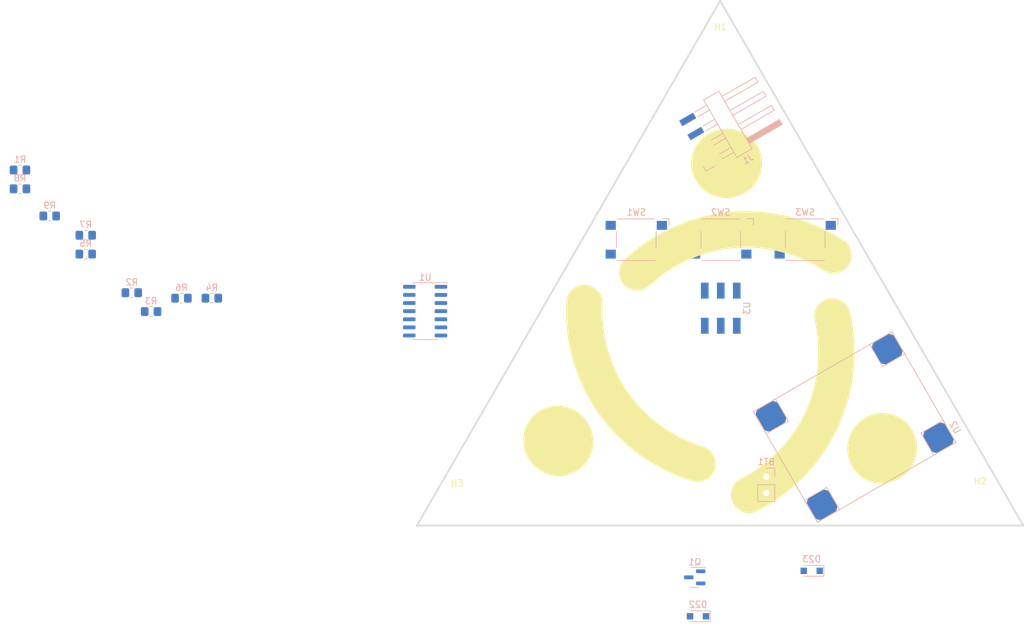
<source format=kicad_pcb>
(kicad_pcb (version 20211014) (generator pcbnew)
  (layers (0 "F.Cu" signal) (31 "B.Cu" signal) (34 "B.Paste" user) (35 "F.Paste" user) (36 "B.SilkS" user "B.Silkscreen") (37 "F.SilkS" user "F.Silkscreen") (38 "B.Mask" user) (39 "F.Mask" user) (44 "Edge.Cuts" user))
  (net 0 "")
  (net 1 "L3")
  (net 2 "L0")
  (net 3 "L1")
  (net 4 "L2")
  (net 5 "L4")
  (net 6 "GND")
  (net 7 "Net-(D1-Pad2)")
  (net 8 "Net-(D2-Pad2)")
  (net 9 "Net-(D3-Pad2)")
  (net 10 "Net-(BT1-Pad1)")
  (net 11 "Net-(D22-Pad1)")
  (net 12 "Net-(D23-Pad2)")
  (net 13 "UPDI")
  (net 14 "Net-(R1-Pad1)")
  (net 15 "Net-(R2-Pad1)")
  (net 16 "Net-(R3-Pad1)")
  (net 17 "Net-(R4-Pad2)")
  (net 18 "Net-(R5-Pad2)")
  (net 19 "Net-(R6-Pad2)")
  (net 20 "Net-(R7-Pad2)")
  (net 21 "Net-(R8-Pad2)")
  (net 22 "butt1")
  (net 23 "butt2")
  (net 24 "butt3")
  (net 25 "VCC")
  (net 29 "Net-(U3-Pad3)")
  (footprint "LED_SMD:LED_0805_2012Metric_Pad1.15x1.40mm_HandSolder" (layer "F.Cu") (at 174.214844 70.283909 90)
    (fp_text reference "D1" (at 0 -1.65 90) (layer "F.SilkS"))
    (fp_text value "LED")
    (pad "1" smd roundrect (at -1.025 0 90) (size 1.15 1.4) (layers "F.Cu" "F.Paste" "F.Mask") (roundrect_rratio 0.217391) (net 6 "GND"))
    (pad "2" smd roundrect (at 1.025 0 90) (size 1.15 1.4) (layers "F.Cu" "F.Paste" "F.Mask") (roundrect_rratio 0.217391) (net 7 "Net-(D1-Pad2)"))
  )
  (footprint "LED_SMD:LED_0805_2012Metric_Pad1.15x1.40mm_HandSolder" (layer "F.Cu") (at 187.440073 113.59607 55)
    (fp_text reference "D13" (at 0 -1.65 55) (layer "F.SilkS"))
    (fp_text value "LED_Small")
    (pad "1" smd roundrect (at -1.025 0 55) (size 1.15 1.4) (layers "F.Cu" "F.Paste" "F.Mask") (roundrect_rratio 0.217391) (net 1 "L3"))
    (pad "2" smd roundrect (at 1.025 0 55) (size 1.15 1.4) (layers "F.Cu" "F.Paste" "F.Mask") (roundrect_rratio 0.217391) (net 3 "L1"))
  )
  (footprint "LED_SMD:LED_0805_2012Metric_Pad1.15x1.40mm_HandSolder" (layer "F.Cu") (at 190.889725 84.18349 150)
    (fp_text reference "D9" (at 0 -1.65 150) (layer "F.SilkS"))
    (fp_text value "LED_Small")
    (pad "1" smd roundrect (at -1.025 0 150) (size 1.15 1.4) (layers "F.Cu" "F.Paste" "F.Mask") (roundrect_rratio 0.217391) (net 4 "L2"))
    (pad "2" smd roundrect (at 1.025 0 150) (size 1.15 1.4) (layers "F.Cu" "F.Paste" "F.Mask") (roundrect_rratio 0.217391) (net 2 "L0"))
  )
  (footprint "LED_SMD:LED_0805_2012Metric_Pad1.15x1.40mm_HandSolder" (layer "F.Cu") (at 160.323979 87.05841 -140)
    (fp_text reference "D4" (at 0 -1.65 40) (layer "F.SilkS"))
    (fp_text value "LED_Small")
    (pad "1" smd roundrect (at -1.025 0 220) (size 1.15 1.4) (layers "F.Cu" "F.Paste" "F.Mask") (roundrect_rratio 0.217391) (net 1 "L3"))
    (pad "2" smd roundrect (at 1.025 0 220) (size 1.15 1.4) (layers "F.Cu" "F.Paste" "F.Mask") (roundrect_rratio 0.217391) (net 2 "L0"))
  )
  (footprint "LED_SMD:LED_0805_2012Metric_Pad1.15x1.40mm_HandSolder" (layer "F.Cu") (at 163.33591 114.60071 -35)
    (fp_text reference "D17" (at 0 -1.65 145) (layer "F.SilkS"))
    (fp_text value "LED_Small")
    (pad "1" smd roundrect (at -1.025 0 325) (size 1.15 1.4) (layers "F.Cu" "F.Paste" "F.Mask") (roundrect_rratio 0.217391) (net 5 "L4"))
    (pad "2" smd roundrect (at 1.025 0 325) (size 1.15 1.4) (layers "F.Cu" "F.Paste" "F.Mask") (roundrect_rratio 0.217391) (net 1 "L3"))
  )
  (footprint "LED_SMD:LED_0805_2012Metric_Pad1.15x1.40mm_HandSolder" (layer "F.Cu") (at 191.116239 94.804162 105)
    (fp_text reference "D10" (at 0 -1.65 105) (layer "F.SilkS"))
    (fp_text value "LED_Small")
    (pad "1" smd roundrect (at -1.025 0 105) (size 1.15 1.4) (layers "F.Cu" "F.Paste" "F.Mask") (roundrect_rratio 0.217391) (net 3 "L1"))
    (pad "2" smd roundrect (at 1.025 0 105) (size 1.15 1.4) (layers "F.Cu" "F.Paste" "F.Mask") (roundrect_rratio 0.217391) (net 4 "L2"))
  )
  (footprint "LED_SMD:LED_0805_2012Metric_Pad1.15x1.40mm_HandSolder" (layer "F.Cu") (at 151.659523 92.434023 -90)
    (fp_text reference "D21" (at 0 -1.65 90) (layer "F.SilkS"))
    (fp_text value "LED_Small")
    (pad "1" smd roundrect (at -1.025 0 270) (size 1.15 1.4) (layers "F.Cu" "F.Paste" "F.Mask") (roundrect_rratio 0.217391) (net 5 "L4"))
    (pad "2" smd roundrect (at 1.025 0 270) (size 1.15 1.4) (layers "F.Cu" "F.Paste" "F.Mask") (roundrect_rratio 0.217391) (net 3 "L1"))
  )
  (footprint "LED_SMD:LED_0805_2012Metric_Pad1.15x1.40mm_HandSolder" (layer "F.Cu") (at 171.859968 81.230806 -170)
    (fp_text reference "D6" (at 0 -1.65 10) (layer "F.SilkS"))
    (fp_text value "LED_Small")
    (pad "1" smd roundrect (at -1.025 0 190) (size 1.15 1.4) (layers "F.Cu" "F.Paste" "F.Mask") (roundrect_rratio 0.217391) (net 2 "L0"))
    (pad "2" smd roundrect (at 1.025 0 190) (size 1.15 1.4) (layers "F.Cu" "F.Paste" "F.Mask") (roundrect_rratio 0.217391) (net 3 "L1"))
  )
  (footprint "LED_SMD:LED_0805_2012Metric_Pad1.15x1.40mm_HandSolder" (layer "F.Cu") (at 178.335233 80.664294 180)
    (fp_text reference "D7" (at 0 -1.65) (layer "F.SilkS"))
    (fp_text value "LED_Small")
    (pad "1" smd roundrect (at -1.025 0 180) (size 1.15 1.4) (layers "F.Cu" "F.Paste" "F.Mask") (roundrect_rratio 0.217391) (net 3 "L1"))
    (pad "2" smd roundrect (at 1.025 0 180) (size 1.15 1.4) (layers "F.Cu" "F.Paste" "F.Mask") (roundrect_rratio 0.217391) (net 2 "L0"))
  )
  (footprint "LED_SMD:LED_0805_2012Metric_Pad1.15x1.40mm_HandSolder" (layer "F.Cu") (at 190.230728 107.630147 70)
    (fp_text reference "D12" (at 0 -1.65 70) (layer "F.SilkS"))
    (fp_text value "LED_Small")
    (pad "1" smd roundrect (at -1.025 0 70) (size 1.15 1.4) (layers "F.Cu" "F.Paste" "F.Mask") (roundrect_rratio 0.217391) (net 3 "L1"))
    (pad "2" smd roundrect (at 1.025 0 70) (size 1.15 1.4) (layers "F.Cu" "F.Paste" "F.Mask") (roundrect_rratio 0.217391) (net 1 "L3"))
  )
  (footprint "LED_SMD:LED_0805_2012Metric_Pad1.15x1.40mm_HandSolder" (layer "F.Cu") (at 165.72339 83.373799 -155)
    (fp_text reference "D5" (at 0 -1.65 25) (layer "F.SilkS"))
    (fp_text value "LED_Small")
    (pad "1" smd roundrect (at -1.025 0 205) (size 1.15 1.4) (layers "F.Cu" "F.Paste" "F.Mask") (roundrect_rratio 0.217391) (net 2 "L0"))
    (pad "2" smd roundrect (at 1.025 0 205) (size 1.15 1.4) (layers "F.Cu" "F.Paste" "F.Mask") (roundrect_rratio 0.217391) (net 1 "L3"))
  )
  (footprint "LED_SMD:LED_0805_2012Metric_Pad1.15x1.40mm_HandSolder" (layer "F.Cu") (at 169.219645 117.599319 -20)
    (fp_text reference "D16" (at 0 -1.65 160) (layer "F.SilkS"))
    (fp_text value "LED_Small")
    (pad "1" smd roundrect (at -1.025 0 340) (size 1.15 1.4) (layers "F.Cu" "F.Paste" "F.Mask") (roundrect_rratio 0.217391) (net 1 "L3"))
    (pad "2" smd roundrect (at 1.025 0 340) (size 1.15 1.4) (layers "F.Cu" "F.Paste" "F.Mask") (roundrect_rratio 0.217391) (net 5 "L4"))
  )
  (footprint "LED_SMD:LED_0805_2012Metric_Pad1.15x1.40mm_HandSolder" (layer "F.Cu") (at 154.659171 104.9201 -65)
    (fp_text reference "D19" (at 0 -1.65 115) (layer "F.SilkS"))
    (fp_text value "LED_Small")
    (pad "1" smd roundrect (at -1.025 0 295) (size 1.15 1.4) (layers "F.Cu" "F.Paste" "F.Mask") (roundrect_rratio 0.217391) (net 5 "L4"))
    (pad "2" smd roundrect (at 1.025 0 295) (size 1.15 1.4) (layers "F.Cu" "F.Paste" "F.Mask") (roundrect_rratio 0.217391) (net 4 "L2"))
  )
  (footprint "LED_SMD:LED_0805_2012Metric_Pad1.15x1.40mm_HandSolder" (layer "F.Cu") (at 191.474797 101.19724 85)
    (fp_text reference "D11" (at 0 -1.65 85) (layer "F.SilkS"))
    (fp_text value "LED_Small")
    (pad "1" smd roundrect (at -1.025 0 85) (size 1.15 1.4) (layers "F.Cu" "F.Paste" "F.Mask") (roundrect_rratio 0.217391) (net 4 "L2"))
    (pad "2" smd roundrect (at 1.025 0 85) (size 1.15 1.4) (layers "F.Cu" "F.Paste" "F.Mask") (roundrect_rratio 0.217391) (net 3 "L1"))
  )
  (footprint "LED_SMD:LED_0805_2012Metric_Pad1.15x1.40mm_HandSolder" (layer "F.Cu") (at 178.067037 122.346281 25)
    (fp_text reference "D15" (at 0 -1.65 25) (layer "F.SilkS"))
    (fp_text value "LED_Small")
    (pad "1" smd roundrect (at -1.025 0 25) (size 1.15 1.4) (layers "F.Cu" "F.Paste" "F.Mask") (roundrect_rratio 0.217391) (net 1 "L3"))
    (pad "2" smd roundrect (at 1.025 0 25) (size 1.15 1.4) (layers "F.Cu" "F.Paste" "F.Mask") (roundrect_rratio 0.217391) (net 4 "L2"))
  )
  (footprint "LED_SMD:LED_0805_2012Metric_Pad1.15x1.40mm_HandSolder" (layer "F.Cu") (at 198.40815 115.045656 -25)
    (fp_text reference "D2" (at 0 -1.65 155) (layer "F.SilkS"))
    (fp_text value "LED")
    (pad "1" smd roundrect (at -1.025 0 335) (size 1.15 1.4) (layers "F.Cu" "F.Paste" "F.Mask") (roundrect_rratio 0.217391) (net 6 "GND"))
    (pad "2" smd roundrect (at 1.025 0 335) (size 1.15 1.4) (layers "F.Cu" "F.Paste" "F.Mask") (roundrect_rratio 0.217391) (net 8 "Net-(D2-Pad2)"))
  )
  (footprint "LED_SMD:LED_0805_2012Metric_Pad1.15x1.40mm_HandSolder" (layer "F.Cu") (at 183.26721 118.679102 40)
    (fp_text reference "D14" (at 0 -1.65 40) (layer "F.SilkS"))
    (fp_text value "LED_Small")
    (pad "1" smd roundrect (at -1.025 0 40) (size 1.15 1.4) (layers "F.Cu" "F.Paste" "F.Mask") (roundrect_rratio 0.217391) (net 4 "L2"))
    (pad "2" smd roundrect (at 1.025 0 40) (size 1.15 1.4) (layers "F.Cu" "F.Paste" "F.Mask") (roundrect_rratio 0.217391) (net 1 "L3"))
  )
  (footprint "LED_SMD:LED_0805_2012Metric_Pad1.15x1.40mm_HandSolder" (layer "F.Cu") (at 158.352498 110.41913 -50)
    (fp_text reference "D18" (at 0 -1.65 130) (layer "F.SilkS"))
    (fp_text value "LED_Small")
    (pad "1" smd roundrect (at -1.025 0 310) (size 1.15 1.4) (layers "F.Cu" "F.Paste" "F.Mask") (roundrect_rratio 0.217391) (net 4 "L2"))
    (pad "2" smd roundrect (at 1.025 0 310) (size 1.15 1.4) (layers "F.Cu" "F.Paste" "F.Mask") (roundrect_rratio 0.217391) (net 5 "L4"))
  )
  (footprint "MountingHole:MountingHole_2.2mm_M2" (layer "F.Cu") (at 213.8 123.3)
    (fp_text reference "H2" (at 0 -3.2) (layer "F.SilkS"))
    (fp_text value "MountingHole")
    (pad "" np_thru_hole circle (at 0 0) (size 2.2 2.2) (drill 2.2) (layers *.Cu *.Mask))
  )
  (footprint "MountingHole:MountingHole_2.2mm_M2" (layer "F.Cu") (at 132 123.6)
    (fp_text reference "H3" (at 0 -3.2) (layer "F.SilkS"))
    (fp_text value "MountingHole")
    (pad "" np_thru_hole circle (at 0 0) (size 2.2 2.2) (drill 2.2) (layers *.Cu *.Mask))
  )
  (footprint "LED_SMD:LED_0805_2012Metric_Pad1.15x1.40mm_HandSolder" (layer "F.Cu") (at 147.802769 113.75128 -140)
    (fp_text reference "D3" (at 0 -1.65 40) (layer "F.SilkS"))
    (fp_text value "LED")
    (pad "1" smd roundrect (at -1.025 0 220) (size 1.15 1.4) (layers "F.Cu" "F.Paste" "F.Mask") (roundrect_rratio 0.217391) (net 6 "GND"))
    (pad "2" smd roundrect (at 1.025 0 220) (size 1.15 1.4) (layers "F.Cu" "F.Paste" "F.Mask") (roundrect_rratio 0.217391) (net 9 "Net-(D3-Pad2)"))
  )
  (footprint "MountingHole:MountingHole_2.2mm_M2" (layer "F.Cu") (at 173.2 52.2)
    (fp_text reference "H1" (at 0 -3.2) (layer "F.SilkS"))
    (fp_text value "MountingHole")
    (pad "" np_thru_hole circle (at 0 0) (size 2.2 2.2) (drill 2.2) (layers *.Cu *.Mask))
  )
  (footprint "LED_SMD:LED_0805_2012Metric_Pad1.15x1.40mm_HandSolder" (layer "F.Cu") (at 184.841613 81.600789 160)
    (fp_text reference "D8" (at 0 -1.65 160) (layer "F.SilkS"))
    (fp_text value "LED_Small")
    (pad "1" smd roundrect (at -1.025 0 160) (size 1.15 1.4) (layers "F.Cu" "F.Paste" "F.Mask") (roundrect_rratio 0.217391) (net 2 "L0"))
    (pad "2" smd roundrect (at 1.025 0 160) (size 1.15 1.4) (layers "F.Cu" "F.Paste" "F.Mask") (roundrect_rratio 0.217391) (net 4 "L2"))
  )
  (footprint "LED_SMD:LED_0805_2012Metric_Pad1.15x1.40mm_HandSolder" (layer "F.Cu") (at 152.425275 98.891857 -80)
    (fp_text reference "D20" (at 0 -1.65 100) (layer "F.SilkS"))
    (fp_text value "LED_Small")
    (pad "1" smd roundrect (at -1.025 0 280) (size 1.15 1.4) (layers "F.Cu" "F.Paste" "F.Mask") (roundrect_rratio 0.217391) (net 3 "L1"))
    (pad "2" smd roundrect (at 1.025 0 280) (size 1.15 1.4) (layers "F.Cu" "F.Paste" "F.Mask") (roundrect_rratio 0.217391) (net 5 "L4"))
  )
  (footprint "Resistor_SMD:R_0805_2012Metric_Pad1.20x1.40mm_HandSolder" (layer "B.Cu") (at 68.3 78.58 180)
    (fp_text reference "R9" (at 0 1.65) (layer "B.SilkS") (effects (justify mirror)))
    (fp_text value "10k")
    (pad "1" smd roundrect (at -1 0 180) (size 1.2 1.4) (layers "B.Cu" "B.Paste" "B.Mask") (roundrect_rratio 0.208333) (net 6 "GND"))
    (pad "2" smd roundrect (at 1 0 180) (size 1.2 1.4) (layers "B.Cu" "B.Paste" "B.Mask") (roundrect_rratio 0.208333) (net 12 "Net-(D23-Pad2)"))
  )
  (footprint "sublink_custom:OKY3402" (layer "B.Cu") (at 194.170733 111.605797 120)
    (fp_text reference "U2" (at -7.9 13.55 300 unlocked) (layer "B.SilkS") (effects (justify mirror)))
    (fp_text value "OKY3402")
    (pad "1" smd roundrect (at -8 10.5 120) (size 4 4) (layers "B.Cu" "B.Paste" "B.Mask") (net 6 "GND"))
    (pad "2" smd roundrect (at 8 10.5 120) (size 4 4) (layers "B.Cu" "B.Paste" "B.Mask") (net 12 "Net-(D23-Pad2)"))
    (pad "3" smd roundrect (at -8 -10.5 120) (size 4 4) (layers "B.Cu" "B.Paste" "B.Mask") (net 6 "GND"))
    (pad "4" smd roundrect (at 8 -10.5 120) (size 4 4) (layers "B.Cu" "B.Paste" "B.Mask") (net 10 "Net-(BT1-Pad1)"))
  )
  (footprint "Button_Switch_SMD:SW_SPST_Omron_B3FS-100xP" (layer "B.Cu") (at 173.228 82.296 180)
    (fp_text reference "SW2" (at 0 4.3) (layer "B.SilkS") (effects (justify mirror)))
    (fp_text value "SW_Push")
    (pad "1" smd rect (at -4 2.25) (size 1.6 1.4) (layers "B.Cu" "B.Paste" "B.Mask") (net 6 "GND"))
    (pad "1" smd rect (at 4 2.25) (size 1.6 1.4) (layers "B.Cu" "B.Paste" "B.Mask") (net 6 "GND"))
    (pad "2" smd rect (at -4 -2.25) (size 1.6 1.4) (layers "B.Cu" "B.Paste" "B.Mask") (net 23 "butt2"))
    (pad "2" smd rect (at 4 -2.25) (size 1.6 1.4) (layers "B.Cu" "B.Paste" "B.Mask") (net 23 "butt2"))
  )
  (footprint "Button_Switch_SMD:SW_SPST_Omron_B3FS-100xP" (layer "B.Cu") (at 160.02 82.296 180)
    (fp_text reference "SW1" (at 0 4.3) (layer "B.SilkS") (effects (justify mirror)))
    (fp_text value "SW_Push")
    (pad "1" smd rect (at 4 2.25) (size 1.6 1.4) (layers "B.Cu" "B.Paste" "B.Mask") (net 6 "GND"))
    (pad "1" smd rect (at -4 2.25) (size 1.6 1.4) (layers "B.Cu" "B.Paste" "B.Mask") (net 6 "GND"))
    (pad "2" smd rect (at 4 -2.25) (size 1.6 1.4) (layers "B.Cu" "B.Paste" "B.Mask") (net 22 "butt1"))
    (pad "2" smd rect (at -4 -2.25) (size 1.6 1.4) (layers "B.Cu" "B.Paste" "B.Mask") (net 22 "butt1"))
  )
  (footprint "Diode_SMD:D_SOD-323_HandSoldering" (layer "B.Cu") (at 187.452 134.112 180)
    (fp_text reference "D23" (at 0 1.85) (layer "B.SilkS") (effects (justify mirror)))
    (fp_text value "BAS21HT1G")
    (pad "1" smd rect (at -1.25 0 180) (size 1 1) (layers "B.Cu" "B.Paste" "B.Mask") (net 11 "Net-(D22-Pad1)"))
    (pad "2" smd rect (at 1.25 0 180) (size 1 1) (layers "B.Cu" "B.Paste" "B.Mask") (net 12 "Net-(D23-Pad2)"))
  )
  (footprint "Connector_Harwin:Harwin_M20-89004xx_1x04_P2.54mm_Horizontal" (layer "B.Cu") (at 174.752 64.008 30)
    (fp_text reference "J1" (at -0.48 6.28 30) (layer "B.SilkS") (effects (justify mirror)))
    (fp_text value "ZL315-4SGH")
    (pad "" smd rect (at 3.895 3.81 30) (size 6 0.76) (layers "B.SilkS"))
    (pad "1" smd rect (at -5.525 3.81 30) (size 2.5 1) (layers "B.Cu" "B.Paste" "B.Mask") (net 29 "Net-(U3-Pad3)"))
    (pad "2" smd rect (at -5.525 1.27 30) (size 2.5 1) (layers "B.Cu" "B.Paste" "B.Mask") (net 13 "UPDI"))
    (pad "3" smd rect (at -5.525 -1.27 30) (size 2.5 1) (layers "B.Cu" "B.Paste" "B.Mask") (net 6 "GND"))
    (pad "4" smd rect (at -5.525 -3.81 30) (size 2.5 1) (layers "B.Cu" "B.Paste" "B.Mask"))
  )
  (footprint "Resistor_SMD:R_0805_2012Metric_Pad1.20x1.40mm_HandSolder" (layer "B.Cu") (at 88.9 91.44 180)
    (fp_text reference "R6" (at 0 1.65) (layer "B.SilkS") (effects (justify mirror)))
    (fp_text value "R_Small")
    (pad "1" smd roundrect (at -1 0 180) (size 1.2 1.4) (layers "B.Cu" "B.Paste" "B.Mask") (roundrect_rratio 0.208333) (net 4 "L2"))
    (pad "2" smd roundrect (at 1 0 180) (size 1.2 1.4) (layers "B.Cu" "B.Paste" "B.Mask") (roundrect_rratio 0.208333) (net 19 "Net-(R6-Pad2)"))
  )
  (footprint "Connector_PinHeader_2.54mm:PinHeader_1x02_P2.54mm_Vertical" (layer "B.Cu") (at 180.34 119.38 180)
    (fp_text reference "BT1" (at 0 2.33) (layer "B.SilkS") (effects (justify mirror)))
    (fp_text value "3V7")
    (pad "1" thru_hole rect (at 0 0 180) (size 1.7 1.7) (drill 1) (layers *.Cu *.Mask) (net 10 "Net-(BT1-Pad1)"))
    (pad "2" thru_hole oval (at 0 -2.54 180) (size 1.7 1.7) (drill 1) (layers *.Cu *.Mask) (net 6 "GND"))
  )
  (footprint "Resistor_SMD:R_0805_2012Metric_Pad1.20x1.40mm_HandSolder" (layer "B.Cu") (at 81.13 90.59 180)
    (fp_text reference "R2" (at 0 1.65) (layer "B.SilkS") (effects (justify mirror)))
    (fp_text value "R_Small")
    (pad "1" smd roundrect (at -1 0 180) (size 1.2 1.4) (layers "B.Cu" "B.Paste" "B.Mask") (roundrect_rratio 0.208333) (net 15 "Net-(R2-Pad1)"))
    (pad "2" smd roundrect (at 1 0 180) (size 1.2 1.4) (layers "B.Cu" "B.Paste" "B.Mask") (roundrect_rratio 0.208333) (net 8 "Net-(D2-Pad2)"))
  )
  (footprint "Resistor_SMD:R_0805_2012Metric_Pad1.20x1.40mm_HandSolder" (layer "B.Cu") (at 73.93 84.54 180)
    (fp_text reference "R5" (at 0 1.65) (layer "B.SilkS") (effects (justify mirror)))
    (fp_text value "R_Small")
    (pad "1" smd roundrect (at -1 0 180) (size 1.2 1.4) (layers "B.Cu" "B.Paste" "B.Mask") (roundrect_rratio 0.208333) (net 3 "L1"))
    (pad "2" smd roundrect (at 1 0 180) (size 1.2 1.4) (layers "B.Cu" "B.Paste" "B.Mask") (roundrect_rratio 0.208333) (net 18 "Net-(R5-Pad2)"))
  )
  (footprint "Diode_SMD:D_SOD-323_HandSoldering" (layer "B.Cu") (at 169.672 141.224 180)
    (fp_text reference "D22" (at 0 1.85) (layer "B.SilkS") (effects (justify mirror)))
    (fp_text value "DNP")
    (pad "1" smd rect (at -1.25 0 180) (size 1 1) (layers "B.Cu" "B.Paste" "B.Mask") (net 11 "Net-(D22-Pad1)"))
    (pad "2" smd rect (at 1.25 0 180) (size 1 1) (layers "B.Cu" "B.Paste" "B.Mask") (net 10 "Net-(BT1-Pad1)"))
  )
  (footprint "sublink_custom:JS202011" (layer "B.Cu") (at 173.228 93.012)
    (fp_text reference "U3" (at 4.0894 -0.0254 90 unlocked) (layer "B.SilkS") (effects (justify mirror)))
    (fp_text value "JS202011")
    (pad "1" smd rect (at -2.5 -2.75) (size 1.2 2.5) (layers "B.Cu" "B.Paste" "B.Mask") (net 11 "Net-(D22-Pad1)"))
    (pad "2" smd rect (at 0 -2.75) (size 1.2 2.5) (layers "B.Cu" "B.Paste" "B.Mask"))
    (pad "3" smd rect (at 2.5 -2.75) (size 1.2 2.5) (layers "B.Cu" "B.Paste" "B.Mask") (net 29 "Net-(U3-Pad3)"))
    (pad "4" smd rect (at -2.5 2.75) (size 1.2 2.5) (layers "B.Cu" "B.Paste" "B.Mask"))
    (pad "5" smd rect (at 0 2.75) (size 1.2 2.5) (layers "B.Cu" "B.Paste" "B.Mask") (net 25 "VCC"))
    (pad "6" smd rect (at 2.5 2.75) (size 1.2 2.5) (layers "B.Cu" "B.Paste" "B.Mask"))
  )
  (footprint "Resistor_SMD:R_0805_2012Metric_Pad1.20x1.40mm_HandSolder" (layer "B.Cu") (at 63.65 71.38 180)
    (fp_text reference "R1" (at 0 1.65) (layer "B.SilkS") (effects (justify mirror)))
    (fp_text value "R_Small")
    (pad "1" smd roundrect (at -1 0 180) (size 1.2 1.4) (layers "B.Cu" "B.Paste" "B.Mask") (roundrect_rratio 0.208333) (net 14 "Net-(R1-Pad1)"))
    (pad "2" smd roundrect (at 1 0 180) (size 1.2 1.4) (layers "B.Cu" "B.Paste" "B.Mask") (roundrect_rratio 0.208333) (net 7 "Net-(D1-Pad2)"))
  )
  (footprint "Resistor_SMD:R_0805_2012Metric_Pad1.20x1.40mm_HandSolder" (layer "B.Cu") (at 63.65 74.33 180)
    (fp_text reference "R8" (at 0 1.65) (layer "B.SilkS") (effects (justify mirror)))
    (fp_text value "R_Small")
    (pad "1" smd roundrect (at -1 0 180) (size 1.2 1.4) (layers "B.Cu" "B.Paste" "B.Mask") (roundrect_rratio 0.208333) (net 5 "L4"))
    (pad "2" smd roundrect (at 1 0 180) (size 1.2 1.4) (layers "B.Cu" "B.Paste" "B.Mask") (roundrect_rratio 0.208333) (net 21 "Net-(R8-Pad2)"))
  )
  (footprint "Resistor_SMD:R_0805_2012Metric_Pad1.20x1.40mm_HandSolder" (layer "B.Cu") (at 84.15 93.54 180)
    (fp_text reference "R3" (at 0 1.65) (layer "B.SilkS") (effects (justify mirror)))
    (fp_text value "R_Small")
    (pad "1" smd roundrect (at -1 0 180) (size 1.2 1.4) (layers "B.Cu" "B.Paste" "B.Mask") (roundrect_rratio 0.208333) (net 16 "Net-(R3-Pad1)"))
    (pad "2" smd roundrect (at 1 0 180) (size 1.2 1.4) (layers "B.Cu" "B.Paste" "B.Mask") (roundrect_rratio 0.208333) (net 9 "Net-(D3-Pad2)"))
  )
  (footprint "Package_SO:SOIC-14_3.9x8.7mm_P1.27mm" (layer "B.Cu") (at 127 93.472 180)
    (fp_text reference "U1" (at 0 5.28) (layer "B.SilkS") (effects (justify mirror)))
    (fp_text value "ATtiny414-SS")
    (pad "1" smd roundrect (at -2.475 3.81 180) (size 1.95 0.6) (layers "B.Cu" "B.Paste" "B.Mask") (net 25 "VCC"))
    (pad "2" smd roundrect (at -2.475 2.54 180) (size 1.95 0.6) (layers "B.Cu" "B.Paste" "B.Mask") (net 18 "Net-(R5-Pad2)"))
    (pad "3" smd roundrect (at -2.475 1.27 180) (size 1.95 0.6) (layers "B.Cu" "B.Paste" "B.Mask") (net 19 "Net-(R6-Pad2)"))
    (pad "4" smd roundrect (at -2.475 0 180) (size 1.95 0.6) (layers "B.Cu" "B.Paste" "B.Mask") (net 20 "Net-(R7-Pad2)"))
    (pad "5" smd roundrect (at -2.475 -1.27 180) (size 1.95 0.6) (layers "B.Cu" "B.Paste" "B.Mask") (net 21 "Net-(R8-Pad2)"))
    (pad "6" smd roundrect (at -2.475 -2.54 180) (size 1.95 0.6) (layers "B.Cu" "B.Paste" "B.Mask") (net 22 "butt1"))
    (pad "7" smd roundrect (at -2.475 -3.81 180) (size 1.95 0.6) (layers "B.Cu" "B.Paste" "B.Mask") (net 16 "Net-(R3-Pad1)"))
    (pad "8" smd roundrect (at 2.475 -3.81 180) (size 1.95 0.6) (layers "B.Cu" "B.Paste" "B.Mask") (net 15 "Net-(R2-Pad1)"))
    (pad "9" smd roundrect (at 2.475 -2.54 180) (size 1.95 0.6) (layers "B.Cu" "B.Paste" "B.Mask") (net 14 "Net-(R1-Pad1)"))
    (pad "10" smd roundrect (at 2.475 -1.27 180) (size 1.95 0.6) (layers "B.Cu" "B.Paste" "B.Mask") (net 13 "UPDI"))
    (pad "11" smd roundrect (at 2.475 0 180) (size 1.95 0.6) (layers "B.Cu" "B.Paste" "B.Mask") (net 23 "butt2"))
    (pad "12" smd roundrect (at 2.475 1.27 180) (size 1.95 0.6) (layers "B.Cu" "B.Paste" "B.Mask") (net 24 "butt3"))
    (pad "13" smd roundrect (at 2.475 2.54 180) (size 1.95 0.6) (layers "B.Cu" "B.Paste" "B.Mask") (net 17 "Net-(R4-Pad2)"))
    (pad "14" smd roundrect (at 2.475 3.81 180) (size 1.95 0.6) (layers "B.Cu" "B.Paste" "B.Mask") (net 6 "GND"))
  )
  (footprint "Package_TO_SOT_SMD:SOT-23" (layer "B.Cu") (at 169.164 135.128 180)
    (fp_text reference "Q1" (at 0 2.4) (layer "B.SilkS") (effects (justify mirror)))
    (fp_text value "YJL2305A")
    (pad "1" smd roundrect (at -0.9375 0.95 180) (size 1.475 0.6) (layers "B.Cu" "B.Paste" "B.Mask") (net 10 "Net-(BT1-Pad1)"))
    (pad "2" smd roundrect (at -0.9375 -0.95 180) (size 1.475 0.6) (layers "B.Cu" "B.Paste" "B.Mask") (net 12 "Net-(D23-Pad2)"))
    (pad "3" smd roundrect (at 0.9375 0 180) (size 1.475 0.6) (layers "B.Cu" "B.Paste" "B.Mask") (net 11 "Net-(D22-Pad1)"))
  )
  (footprint "Resistor_SMD:R_0805_2012Metric_Pad1.20x1.40mm_HandSolder" (layer "B.Cu") (at 93.65 91.44 180)
    (fp_text reference "R4" (at 0 1.65) (layer "B.SilkS") (effects (justify mirror)))
    (fp_text value "R_Small")
    (pad "1" smd roundrect (at -1 0 180) (size 1.2 1.4) (layers "B.Cu" "B.Paste" "B.Mask") (roundrect_rratio 0.208333) (net 2 "L0"))
    (pad "2" smd roundrect (at 1 0 180) (size 1.2 1.4) (layers "B.Cu" "B.Paste" "B.Mask") (roundrect_rratio 0.208333) (net 17 "Net-(R4-Pad2)"))
  )
  (footprint "Button_Switch_SMD:SW_SPST_Omron_B3FS-100xP" (layer "B.Cu") (at 186.436 82.296 180)
    (fp_text reference "SW3" (at 0 4.3) (layer "B.SilkS") (effects (justify mirror)))
    (fp_text value "SW_Push")
    (pad "1" smd rect (at -4 2.25) (size 1.6 1.4) (layers "B.Cu" "B.Paste" "B.Mask") (net 6 "GND"))
    (pad "1" smd rect (at 4 2.25) (size 1.6 1.4) (layers "B.Cu" "B.Paste" "B.Mask") (net 6 "GND"))
    (pad "2" smd rect (at 4 -2.25) (size 1.6 1.4) (layers "B.Cu" "B.Paste" "B.Mask") (net 24 "butt3"))
    (pad "2" smd rect (at -4 -2.25) (size 1.6 1.4) (layers "B.Cu" "B.Paste" "B.Mask") (net 24 "butt3"))
  )
  (footprint "Resistor_SMD:R_0805_2012Metric_Pad1.20x1.40mm_HandSolder" (layer "B.Cu") (at 73.93 81.59 180)
    (fp_text reference "R7" (at 0 1.65) (layer "B.SilkS") (effects (justify mirror)))
    (fp_text value "R_Small")
    (pad "1" smd roundrect (at -1 0 180) (size 1.2 1.4) (layers "B.Cu" "B.Paste" "B.Mask") (roundrect_rratio 0.208333) (net 1 "L3"))
    (pad "2" smd roundrect (at 1 0 180) (size 1.2 1.4) (layers "B.Cu" "B.Paste" "B.Mask") (roundrect_rratio 0.208333) (net 20 "Net-(R7-Pad2)"))
  )
  (gr_poly (pts (xy 177.080626 77.832326) (xy 179.356599 77.912667) (xy 181.62476 78.180002) (xy 183.873118 78.635378) (xy 186.089676 79.279845) (xy 187.182284 79.673315) (xy 188.262445 80.114451) (xy 189.328659 80.603385) (xy 190.379428 81.140248) (xy 191.413252 81.72517) (xy 192.428633 82.358283) (xy 192.583525 82.466862) (xy 192.729711 82.584537) (xy 192.866921 82.710774) (xy 192.994884 82.845042) (xy 193.113332 82.986808) (xy 193.221994 83.13554) (xy 193.320601 83.290707) (xy 193.408882 83.451774) (xy 193.486569 83.618212) (xy 193.553391 83.789485) (xy 193.609079 83.965063) (xy 193.653362 84.144414) (xy 193.685972 84.327005) (xy 193.706637 84.512304) (xy 193.71509 84.699778) (xy 193.711058 84.888896) (xy 193.694472 85.077327) (xy 193.665655 85.262766) (xy 193.624935 85.444713) (xy 193.572637 85.622668) (xy 193.509087 85.796131) (xy 193.434611 85.964602) (xy 193.349537 86.127581) (xy 193.254188 86.284569) (xy 193.148893 86.435067) (xy 193.033976 86.578574) (xy 192.909764 86.714589) (xy 192.776582 86.842616) (xy 192.634758 86.962152) (xy 192.484617 87.072698) (xy 192.326486 87.173755) (xy 192.160689 87.264822) (xy 191.98921 87.344673) (xy 191.814207 87.412437) (xy 191.636276 87.468146) (xy 191.456015 87.511832) (xy 191.274017 87.543526) (xy 191.090879 87.563264) (xy 190.907198 87.571077) (xy 190.723568 87.566996) (xy 190.540585 87.551056) (xy 190.358846 87.523289) (xy 190.178947 87.483725) (xy 190.001483 87.4324) (xy 189.82705 87.369345) (xy 189.656243 87.294593) (xy 189.489659 87.208176) (xy 189.327894 87.110127) (xy 188.91893 86.850886) (xy 188.433179 86.561364) (xy 187.873177 86.249222) (xy 187.241465 85.92212) (xy 186.540577 85.587715) (xy 185.773052 85.253672) (xy 184.941429 84.927649) (xy 184.048243 84.617305) (xy 183.096034 84.330302) (xy 182.08734 84.074301) (xy 181.024695 83.856959) (xy 180.473937 83.765181) (xy 179.910641 83.685939) (xy 179.335128 83.620194) (xy 178.747714 83.5689) (xy 178.148715 83.533018) (xy 177.53845 83.513503) (xy 176.917235 83.511314) (xy 176.285389 83.527408) (xy 175.643228 83.562742) (xy 174.991068 83.618274) (xy 174.091077 83.73171) (xy 173.199021 83.881093) (xy 172.3159 84.065971) (xy 171.442713 84.285885) (xy 170.580461 84.540381) (xy 169.73014 84.829003) (xy 168.892753 85.151297) (xy 168.069296 85.506806) (xy 167.260769 85.895075) (xy 166.468172 86.31565) (xy 165.692505 86.768073) (xy 164.934765 87.251891) (xy 164.195954 87.766646) (xy 163.477068 88.311885) (xy 162.779109 88.887151) (xy 162.103075 89.49199) (xy 162.014862 89.571481) (xy 161.923676 89.646966) (xy 161.829659 89.718383) (xy 161.732951 89.785669) (xy 161.633693 89.848761) (xy 161.532024 89.907596) (xy 161.428084 89.962111) (xy 161.322016 90.012243) (xy 161.213958 90.057931) (xy 161.104052 90.099112) (xy 160.992437 90.13572) (xy 160.879253 90.167696) (xy 160.764642 90.194975) (xy 160.648744 90.217495) (xy 160.531698 90.235193) (xy 160.413646 90.248006) (xy 160.413646 90.248008) (xy 160.18839 90.259202) (xy 159.965502 90.252669) (xy 159.745833 90.228913) (xy 159.530239 90.188433) (xy 159.319573 90.13173) (xy 159.114689 90.059304) (xy 158.91644 89.971657) (xy 158.72568 89.86929) (xy 158.543264 89.752704) (xy 158.370043 89.622399) (xy 158.206873 89.478877) (xy 158.054608 89.322639) (xy 157.914099 89.154185) (xy 157.786203 88.974016) (xy 157.671771 88.782633) (xy 157.57166 88.580538) (xy 157.487822 88.371165) (xy 157.421518 88.158266) (xy 157.372548 87.942812) (xy 157.340719 87.725773) (xy 157.325834 87.508118) (xy 157.327696 87.290817) (xy 157.346109 87.074841) (xy 157.380878 86.86116) (xy 157.431807 86.650746) (xy 157.498699 86.444566) (xy 157.581358 86.243593) (xy 157.679589 86.048796) (xy 157.793195 85.861144) (xy 157.92198 85.68161) (xy 158.065749 85.511161) (xy 158.224304 85.350771) (xy 159.114321 84.550957) (xy 160.030868 83.795399) (xy 160.97245 83.084229) (xy 161.937564 82.417578) (xy 162.924712 81.795575) (xy 163.932395 81.218354) (xy 166.003371 80.198776) (xy 168.138496 79.359897) (xy 170.325778 78.702762) (xy 172.553222 78.228422) (xy 174.808836 77.937927)) (layer "F.SilkS") (width 0) (fill solid))
  (gr_poly (pts (xy 198.606648 109.410329) (xy 199.054765 109.432217) (xy 199.487881 109.495244) (xy 199.931682 109.589216) (xy 200.360941 109.729606) (xy 200.776237 109.892467) (xy 201.185142 110.103699) (xy 201.556816 110.344742) (xy 201.92529 110.60997) (xy 202.257225 110.912922) (xy 202.566365 111.228493) (xy 202.855009 111.583038) (xy 203.106196 111.964766) (xy 203.320937 112.354991) (xy 203.516672 112.770788) (xy 203.660611 113.201736) (xy 203.786799 113.642205) (xy 203.862898 114.087059) (xy 203.90233 114.537773) (xy 203.913466 114.998934) (xy 203.879557 115.461378) (xy 203.823176 115.909852) (xy 203.71844 116.351932) (xy 203.573466 116.789565) (xy 203.400751 117.213692) (xy 203.186424 117.617556) (xy 202.952263 118.007215) (xy 202.67649 118.376616) (xy 202.374924 118.724366) (xy 202.051681 119.036836) (xy 201.700692 119.335791) (xy 201.319658 119.594882) (xy 200.93322 119.822575) (xy 200.520295 120.020714) (xy 200.096226 120.182645) (xy 199.653352 120.311689) (xy 199.218024 120.405552) (xy 198.770402 120.45003) (xy 198.317844 120.468374) (xy 197.869729 120.446491) (xy 197.420794 120.384844) (xy 196.976306 120.282968) (xy 196.54464 120.14544) (xy 196.144231 119.970651) (xy 195.741988 119.774777) (xy 195.354267 119.532482) (xy 194.996104 119.263694) (xy 194.656027 118.958799) (xy 194.346429 118.637959) (xy 194.055378 118.286273) (xy 193.806829 117.904322) (xy 193.592088 117.51409) (xy 193.407359 117.102645) (xy 193.250464 116.675489) (xy 193.137694 116.2365) (xy 193.054933 115.776293) (xy 193.003248 115.337275) (xy 192.994753 114.875886) (xy 193.02912 114.418713) (xy 193.103946 113.968623) (xy 193.206053 113.526771) (xy 193.345068 113.081695) (xy 193.515606 112.66307) (xy 193.721561 112.254627) (xy 193.971306 111.860944) (xy 194.238933 111.489602) (xy 194.54314 111.141619) (xy 194.863751 110.829384) (xy 195.220702 110.537873) (xy 195.595773 110.271335) (xy 195.982211 110.043642) (xy 196.397777 109.845272) (xy 196.824708 109.685748) (xy 197.254636 109.56049) (xy 197.701197 109.473612) (xy 198.148127 109.421231)) (layer "F.SilkS") (width 0) (fill solid))
  (gr_poly (pts (xy 174.105498 64.904978) (xy 174.560596 64.915624) (xy 175.01938 64.968443) (xy 175.470624 65.05645) (xy 175.903778 65.180566) (xy 176.336831 65.333907) (xy 176.752718 65.5339) (xy 177.143861 65.754649) (xy 177.52242 66.013683) (xy 177.871425 66.299206) (xy 178.207616 66.620377) (xy 178.504726 66.95028) (xy 178.767708 67.31504) (xy 179.010982 67.697458) (xy 179.215876 68.096515) (xy 179.385481 68.51725) (xy 179.521746 68.951527) (xy 179.618935 69.394533) (xy 179.664888 69.828742) (xy 179.695955 70.274879) (xy 179.682905 70.732843) (xy 179.628702 71.175814) (xy 179.532554 71.625113) (xy 179.410617 72.052764) (xy 179.251312 72.478371) (xy 179.045354 72.886813) (xy 178.815545 73.265471) (xy 178.552954 73.633716) (xy 178.259524 73.983413) (xy 177.936504 74.298516) (xy 177.577841 74.6008) (xy 177.223857 74.865492) (xy 176.827796 75.104651) (xy 176.414867 75.30279) (xy 175.987937 75.462314) (xy 175.553434 75.595942) (xy 175.100112 75.696689) (xy 174.651245 75.757208) (xy 174.196968 75.786329) (xy 173.730406 75.766061) (xy 173.274713 75.718281) (xy 172.82084 75.630505) (xy 172.387685 75.506389) (xy 171.959211 75.344681) (xy 171.538746 75.153057) (xy 171.150235 74.932076) (xy 170.771678 74.673043) (xy 170.419341 74.379843) (xy 170.094851 74.070927) (xy 169.796588 73.727847) (xy 169.528567 73.366184) (xy 169.28987 72.975397) (xy 169.084975 72.57634) (xy 168.924661 72.170728) (xy 168.780723 71.739778) (xy 168.6888 71.296311) (xy 168.623706 70.855808) (xy 168.602029 70.395571) (xy 168.621967 69.955596) (xy 168.669976 69.502543) (xy 168.764408 69.064019) (xy 168.886351 68.636368) (xy 169.045651 68.21076) (xy 169.251609 67.802317) (xy 169.481191 67.421024) (xy 169.745724 67.04464) (xy 170.04512 66.70239) (xy 170.361708 66.374571) (xy 170.710985 66.086387) (xy 171.083883 65.825351) (xy 171.47467 65.586655) (xy 171.892639 65.385418) (xy 172.310044 65.208136) (xy 172.745016 65.079779) (xy 173.196156 64.984535) (xy 173.650069 64.920919)) (layer "F.SilkS") (width 0) (fill solid))
  (gr_poly (pts (xy 151.778561 89.345803) (xy 151.920236 89.342774) (xy 152.063341 89.346818) (xy 152.206069 89.357951) (xy 152.346627 89.375967) (xy 152.484854 89.400691) (xy 152.620586 89.431948) (xy 152.753662 89.469563) (xy 152.883921 89.513361) (xy 153.0112 89.563167) (xy 153.135338 89.618807) (xy 153.256171 89.680105) (xy 153.373539 89.746887) (xy 153.48728 89.818977) (xy 153.597231 89.8962) (xy 153.70323 89.978384) (xy 153.805116 90.06535) (xy 153.902725 90.156924) (xy 153.995899 90.252934) (xy 154.084472 90.353201) (xy 154.168283 90.457553) (xy 154.247171 90.565814) (xy 154.320974 90.677809) (xy 154.389529 90.793364) (xy 154.452675 90.912302) (xy 154.51025 91.034451) (xy 154.56209 91.159634) (xy 154.608037 91.287676) (xy 154.647925 91.418403) (xy 154.681595 91.551639) (xy 154.708883 91.687211) (xy 154.729628 91.824942) (xy 154.743668 91.964659) (xy 154.75084 92.106184) (xy 154.750984 92.249346) (xy 154.72333 93.299113) (xy 154.733022 93.940296) (xy 154.765557 94.65099) (xy 154.826306 95.425186) (xy 154.92064 96.256867) (xy 155.053932 97.140018) (xy 155.231554 98.068628) (xy 155.458877 99.036682) (xy 155.741274 100.038165) (xy 156.084116 101.067063) (xy 156.492775 102.117364) (xy 156.972624 103.183052) (xy 157.240922 103.719787) (xy 157.529034 104.258112) (xy 157.837628 104.797279) (xy 158.167376 105.336534) (xy 158.518951 105.875125) (xy 158.893023 106.4123) (xy 159.441178 107.135108) (xy 160.016524 107.833048) (xy 160.618164 108.505482) (xy 161.245203 109.151771) (xy 161.896745 109.771276) (xy 162.571896 110.363359) (xy 163.269759 110.927381) (xy 163.989438 111.462703) (xy 164.730039 111.968687) (xy 165.490664 112.444693) (xy 166.270419 112.890085) (xy 167.068407 113.30422) (xy 167.883734 113.686464) (xy 168.715503 114.036175) (xy 169.56282 114.352716) (xy 170.424787 114.635446) (xy 170.537987 114.672522) (xy 170.649182 114.714187) (xy 170.758248 114.760352) (xy 170.865058 114.810925) (xy 170.969488 114.865816) (xy 171.071415 114.924934) (xy 171.17071 114.988187) (xy 171.267252 115.055485) (xy 171.360913 115.126736) (xy 171.45157 115.20185) (xy 171.539097 115.280734) (xy 171.62337 115.3633) (xy 171.704263 115.449454) (xy 171.781651 115.539107) (xy 171.855409 115.632165) (xy 171.925413 115.728541) (xy 171.925414 115.728545) (xy 172.047048 115.918101) (xy 172.152194 116.114407) (xy 172.240858 116.316479) (xy 172.313048 116.523334) (xy 172.368775 116.733984) (xy 172.408044 116.947449) (xy 172.430866 117.162743) (xy 172.437248 117.378882) (xy 172.427198 117.594881) (xy 172.400726 117.809756) (xy 172.357839 118.022524) (xy 172.298545 118.232199) (xy 172.222855 118.437799) (xy 172.130774 118.638337) (xy 172.022313 118.832831) (xy 171.897478 119.020297) (xy 171.829399 119.110469) (xy 171.758259 119.19734) (xy 171.684172 119.280869) (xy 171.607257 119.361017) (xy 171.527629 119.437745) (xy 171.445406 119.511013) (xy 171.360703 119.580781) (xy 171.273638 119.647013) (xy 171.184328 119.709666) (xy 171.092887 119.768701) (xy 170.904084 119.875765) (xy 170.708162 119.967889) (xy 170.506054 120.044758) (xy 170.298692 120.106058) (xy 170.08701 120.151473) (xy 169.871938 120.180689) (xy 169.763423 120.189125) (xy 169.654411 120.193393) (xy 169.545018 120.193453) (xy 169.435361 120.189268) (xy 169.325556 120.180796) (xy 169.215719 120.168) (xy 169.105969 120.150839) (xy 168.996421 120.129274) (xy 168.887192 120.103267) (xy 168.778397 120.072777) (xy 167.64045 119.702326) (xy 166.527569 119.286731) (xy 165.440618 118.827225) (xy 164.380461 118.325044) (xy 163.347963 117.781423) (xy 162.343987 117.197593) (xy 161.369399 116.57479) (xy 160.425062 115.914249) (xy 159.51184 115.217203) (xy 158.630598 114.484887) (xy 157.7822 113.718533) (xy 156.967511 112.919378) (xy 156.187394 112.088655) (xy 155.442715 111.227597) (xy 154.734336 110.33744) (xy 154.063123 109.419417) (xy 153.429939 108.474763) (xy 152.835649 107.504711) (xy 152.281117 106.510497) (xy 151.767209 105.493353) (xy 151.294786 104.454515) (xy 150.864715 103.395216) (xy 150.477859 102.31669) (xy 150.135082 101.220173) (xy 149.837249 100.106897) (xy 149.585225 98.978097) (xy 149.379873 97.835008) (xy 149.222056 96.678863) (xy 149.112641 95.510896) (xy 149.052491 94.332342) (xy 149.04247 93.144435) (xy 149.083444 91.948409) (xy 149.098746 91.806068) (xy 149.120866 91.666096) (xy 149.149622 91.528653) (xy 149.184835 91.393892) (xy 149.226327 91.261973) (xy 149.273916 91.133051) (xy 149.327424 91.007284) (xy 149.386671 90.884827) (xy 149.451477 90.765838) (xy 149.521663 90.650473) (xy 149.597049 90.53889) (xy 149.677456 90.431245) (xy 149.762703 90.327695) (xy 149.852613 90.228397) (xy 149.947004 90.133508) (xy 150.045696 90.043183) (xy 150.148512 89.95758) (xy 150.255271 89.876858) (xy 150.365793 89.80117) (xy 150.479899 89.730675) (xy 150.59741 89.665529) (xy 150.718144 89.605889) (xy 150.841924 89.551912) (xy 150.968569 89.503755) (xy 151.097901 89.461574) (xy 151.229739 89.425527) (xy 151.363903 89.395768) (xy 151.500215 89.372458) (xy 151.638494 89.355751)) (layer "F.SilkS") (width 0) (fill solid))
  (gr_poly (pts (xy 190.513179 91.459143) (xy 190.624226 91.455292) (xy 190.735906 91.455805) (xy 190.848111 91.460745) (xy 190.960734 91.47017) (xy 191.072898 91.484039) (xy 191.183732 91.502213) (xy 191.293144 91.524612) (xy 191.401042 91.551153) (xy 191.507332 91.581755) (xy 191.611924 91.616337) (xy 191.714724 91.654818) (xy 191.81564 91.697115) (xy 192.01145 91.792838) (xy 192.198613 91.902852) (xy 192.376393 92.026508) (xy 192.544048 92.163155) (xy 192.70084 92.312141) (xy 192.846029 92.472816) (xy 192.978876 92.644529) (xy 193.098641 92.826629) (xy 193.153387 92.921371) (xy 193.204585 93.018465) (xy 193.252144 93.11783) (xy 193.29597 93.219386) (xy 193.335971 93.32305) (xy 193.372054 93.428741) (xy 193.404128 93.536379) (xy 193.4321 93.645879) (xy 193.679714 94.816498) (xy 193.875743 95.987965) (xy 194.115584 98.32799) (xy 194.156707 100.655046) (xy 194.004202 102.958223) (xy 193.663155 105.226613) (xy 193.138652 107.449304) (xy 192.435782 109.615388) (xy 191.55963 111.713955) (xy 190.515284 113.734096) (xy 189.307831 115.664901) (xy 187.942358 117.49546) (xy 186.423951 119.214863) (xy 184.757698 120.812201) (xy 182.948685 122.276566) (xy 181.002001 123.597045) (xy 179.978622 124.19992) (xy 178.922731 124.762731) (xy 178.751243 124.842831) (xy 178.576215 124.910835) (xy 178.398243 124.966774) (xy 178.217925 125.010679) (xy 178.035856 125.042583) (xy 177.852633 125.06252) (xy 177.668855 125.070519) (xy 177.485116 125.066614) (xy 177.302014 125.050835) (xy 177.120147 125.023217) (xy 176.94011 124.983789) (xy 176.7625 124.932585) (xy 176.587916 124.869637) (xy 176.416951 124.794975) (xy 176.250204 124.708633) (xy 176.088273 124.610644) (xy 175.933212 124.502106) (xy 175.786861 124.384459) (xy 175.64949 124.258234) (xy 175.521371 124.123966) (xy 175.402774 123.982184) (xy 175.293969 123.833425) (xy 175.195225 123.678221) (xy 175.106815 123.517104) (xy 175.029007 123.350608) (xy 174.962074 123.179265) (xy 174.906284 123.003608) (xy 174.861908 122.82417) (xy 174.829218 122.641484) (xy 174.808482 122.456084) (xy 174.799972 122.268503) (xy 174.803959 122.079271) (xy 174.820513 121.890724) (xy 174.849311 121.705171) (xy 174.890027 121.523112) (xy 174.942331 121.345049) (xy 175.005901 121.171481) (xy 175.080406 121.002909) (xy 175.165523 120.839833) (xy 175.260923 120.682754) (xy 175.366281 120.532173) (xy 175.481269 120.388589) (xy 175.605563 120.252505) (xy 175.738833 120.124419) (xy 175.880754 120.004833) (xy 176.030999 119.894245) (xy 176.189243 119.79316) (xy 176.355158 119.702074) (xy 177.278242 119.200235) (xy 177.828763 118.870949) (xy 178.428072 118.487208) (xy 179.068269 118.047353) (xy 179.741455 117.549723) (xy 180.439733 116.992662) (xy 181.155203 116.37451) (xy 181.879967 115.693606) (xy 182.606124 114.948295) (xy 183.325777 114.136916) (xy 184.031026 113.25781) (xy 184.375782 112.792341) (xy 184.713974 112.309318) (xy 185.044617 111.808534) (xy 185.366721 111.289782) (xy 185.6793 110.752854) (xy 185.981367 110.197543) (xy 186.271935 109.623641) (xy 186.550015 109.030941) (xy 186.90189 108.194919) (xy 187.218642 107.347785) (xy 187.500164 106.490632) (xy 187.746353 105.624555) (xy 187.957103 104.75065) (xy 188.132308 103.87001) (xy 188.271864 102.983731) (xy 188.375664 102.092907) (xy 188.443603 101.198633) (xy 188.475577 100.302004) (xy 188.47148 99.404115) (xy 188.431206 98.506058) (xy 188.354649 97.608931) (xy 188.241707 96.713827) (xy 188.092271 95.821841) (xy 187.906237 94.934068) (xy 187.881213 94.817942) (xy 187.861179 94.701233) (xy 187.84612 94.584095) (xy 187.836018 94.466682) (xy 187.830859 94.349152) (xy 187.830626 94.231658) (xy 187.835304 94.114356) (xy 187.844876 93.997401) (xy 187.859326 93.880948) (xy 187.87864 93.765152) (xy 187.9028 93.650168) (xy 187.93179 93.536152) (xy 187.965596 93.423258) (xy 188.004198 93.311642) (xy 188.047585 93.201459) (xy 188.095738 93.092864) (xy 188.095739 93.09287) (xy 188.14557 92.99143) (xy 188.199034 92.892658) (xy 188.256024 92.796611) (xy 188.316432 92.703353) (xy 188.380151 92.612942) (xy 188.447075 92.525441) (xy 188.517096 92.440909) (xy 188.590106 92.359406) (xy 188.665999 92.280995) (xy 188.744668 92.205735) (xy 188.826004 92.133688) (xy 188.909903 92.064913) (xy 188.996255 91.999472) (xy 189.084954 91.937425) (xy 189.175894 91.878833) (xy 189.268966 91.823757) (xy 189.364063 91.772256) (xy 189.461078 91.724393) (xy 189.559906 91.680227) (xy 189.660437 91.63982) (xy 189.762566 91.603231) (xy 189.866183 91.570523) (xy 189.971185 91.541755) (xy 190.07746 91.516987) (xy 190.184906 91.496282) (xy 190.293411 91.479699) (xy 190.402872 91.4673)) (layer "F.SilkS") (width 0) (fill solid))
  (gr_poly (pts (xy 147.579059 108.267976) (xy 148.026249 108.279318) (xy 148.47357 108.322515) (xy 148.923888 108.399979) (xy 149.359449 108.521231) (xy 149.798464 108.682017) (xy 150.206777 108.856112) (xy 150.61156 109.080976) (xy 150.989888 109.337378) (xy 151.341757 109.625307) (xy 151.671756 109.936394) (xy 151.988699 110.280495) (xy 152.267033 110.6386) (xy 152.517984 111.017696) (xy 152.732172 111.431871) (xy 152.920226 111.850994) (xy 153.069899 112.286754) (xy 153.179807 112.723336) (xy 153.253967 113.176327) (xy 153.296726 113.63472) (xy 153.301431 114.083161) (xy 153.264429 114.540564) (xy 153.189598 114.990652) (xy 153.081761 115.427693) (xy 152.936096 115.857421) (xy 152.75719 116.271463) (xy 152.537361 116.673147) (xy 152.294145 117.050326) (xy 152.021334 117.392908) (xy 151.721482 117.729887) (xy 151.384136 118.03296) (xy 151.033938 118.310605) (xy 150.646476 118.556974) (xy 150.252693 118.761404) (xy 149.83861 118.946367) (xy 149.412243 119.081941) (xy 148.980931 119.191386) (xy 148.530577 119.265312) (xy 148.076073 119.291796) (xy 147.631749 119.282864) (xy 147.17148 119.243454) (xy 146.725281 119.152353) (xy 146.282967 119.044971) (xy 145.857359 118.885666) (xy 145.447434 118.693118) (xy 145.043111 118.473523) (xy 144.661685 118.212086) (xy 144.300655 117.940896) (xy 143.970431 117.627167) (xy 143.664258 117.284778) (xy 143.380193 116.921867) (xy 143.139321 116.536578) (xy 142.921249 116.138677) (xy 142.738003 115.713822) (xy 142.588329 115.278061) (xy 142.478422 114.841479) (xy 142.393721 114.389416) (xy 142.358869 113.930329) (xy 142.356798 113.481655) (xy 142.391167 113.024485) (xy 142.463589 112.577262) (xy 142.572912 112.126811) (xy 142.71113 111.703045) (xy 142.89577 111.293813) (xy 143.105054 110.893047) (xy 143.348274 110.515876) (xy 143.627832 110.159424) (xy 143.935826 109.824387) (xy 144.270306 109.518907) (xy 144.622118 109.259719) (xy 144.995937 109.009224) (xy 145.396708 108.793558) (xy 145.809075 108.61937) (xy 146.245527 108.477604) (xy 146.676836 108.368159) (xy 147.124554 108.294464)) (layer "F.SilkS") (width 0) (fill solid))
  (gr_line (start 125.720003 127.022525) (end 173.131302 44.903729) (layer "Edge.Cuts") (width 0.246758))
  (gr_line (start 125.720003 127.022525) (end 125.720003 127.022525) (layer "Edge.Cuts") (width 0.246758))
  (gr_line (start 220.542599 127.022525) (end 125.720003 127.022525) (layer "Edge.Cuts") (width 0.246758))
  (gr_line (start 173.131302 44.903729) (end 220.542599 127.022525) (layer "Edge.Cuts") (width 0.246758))
  (gr_line (start 173.131302 44.903729) (end 173.131302 44.903729) (layer "Edge.Cuts") (width 0.246758))
)
</source>
